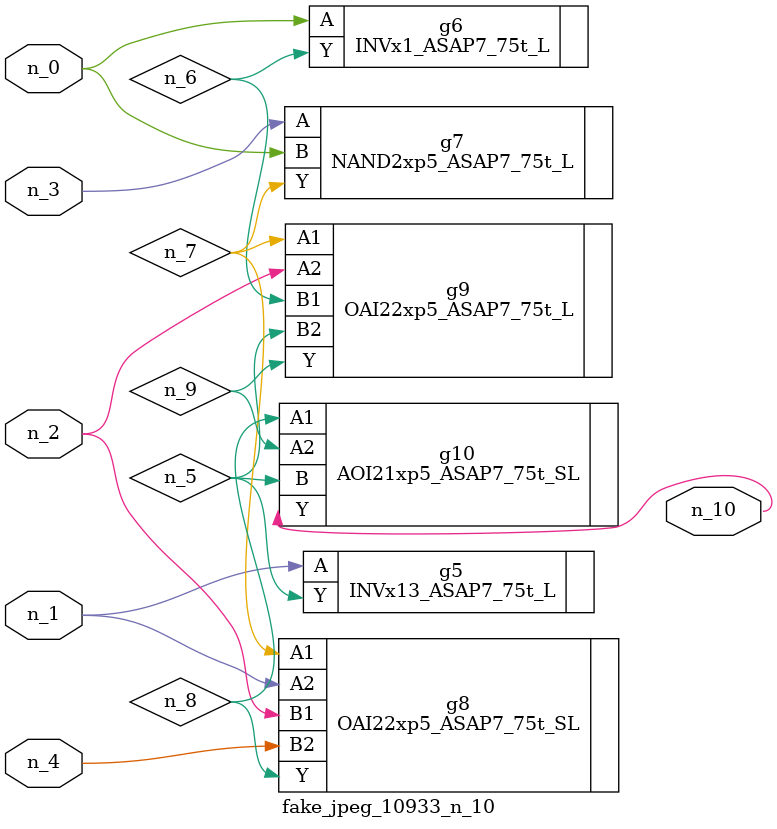
<source format=v>
module fake_jpeg_10933_n_10 (n_3, n_2, n_1, n_0, n_4, n_10);

input n_3;
input n_2;
input n_1;
input n_0;
input n_4;

output n_10;

wire n_8;
wire n_9;
wire n_6;
wire n_5;
wire n_7;

INVx13_ASAP7_75t_L g5 ( 
.A(n_1),
.Y(n_5)
);

INVx1_ASAP7_75t_L g6 ( 
.A(n_0),
.Y(n_6)
);

NAND2xp5_ASAP7_75t_L g7 ( 
.A(n_3),
.B(n_0),
.Y(n_7)
);

OAI22xp5_ASAP7_75t_SL g8 ( 
.A1(n_7),
.A2(n_1),
.B1(n_2),
.B2(n_4),
.Y(n_8)
);

AOI21xp5_ASAP7_75t_SL g10 ( 
.A1(n_8),
.A2(n_9),
.B(n_5),
.Y(n_10)
);

OAI22xp5_ASAP7_75t_L g9 ( 
.A1(n_7),
.A2(n_2),
.B1(n_6),
.B2(n_5),
.Y(n_9)
);


endmodule
</source>
